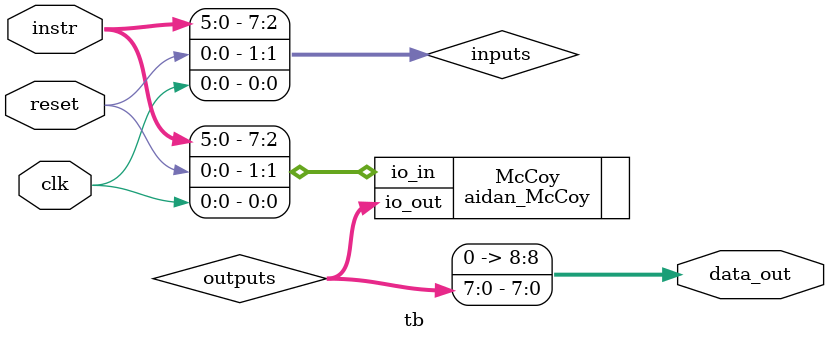
<source format=v>
`default_nettype none
`timescale 1ns/1ps

/*
this testbench just instantiates the module and makes some convenient wires
that can be driven / tested by the cocotb test.py
*/

module tb (
    // testbench is controlled by test.py
    input clk,
    input reset,
    input [5:0] instr,
    output [8:0] data_out);

    // this part dumps the trace to a vcd file that can be viewed with GTKWave
    initial begin
        $dumpfile ("tb.vcd");
        $dumpvars (0, tb);
        #1;
    end


    wire [7:0] inputs = {instr, reset, clk};
    wire [7:0] outputs;
    assign data_out = outputs;
    
    
    aidan_McCoy McCoy( .io_in(inputs), .io_out (outputs));

endmodule

</source>
